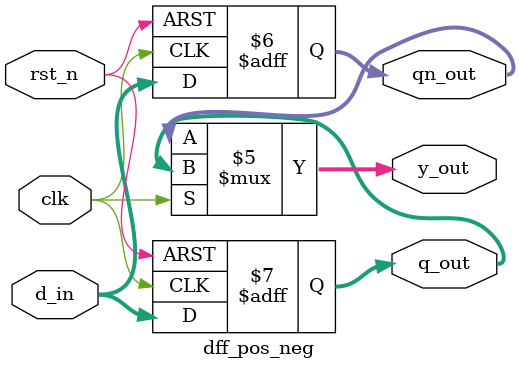
<source format=v>
`timescale 1ns / 1ps
module dff_pos_neg #
(
    parameter N = 8
)
(
    input clk, rst_n,
    input [N-1:0] d_in,
    output reg [N-1:0] q_out, qn_out,
    output [N-1:0] y_out
    );
    
    always @(posedge clk, negedge rst_n)
    begin
        if(~rst_n)
            q_out <= 0;
        else    
            q_out <= d_in;
    end 
    
    always @(negedge clk, negedge rst_n)
    begin
        if(~rst_n)
            qn_out <= 0;
        else    
            qn_out <= d_in;
    end  
    
    assign y_out = (clk)?q_out:qn_out; 
    
    specify
       
        specparam tr = 2;
        specparam tf = 3;
        specparam clktoq1 = 2;
        //specparam clktoq2 = 5;
         
       (posedge clk *> (y_out+:d_in)) = (tr, tf);
        (clk=>q_out) = clktoq1;
       (negedge clk *> (y_out+:d_in)) = (tr,tf);
        //(clk=>qn_out) = clktoq1;
    endspecify  
endmodule

</source>
